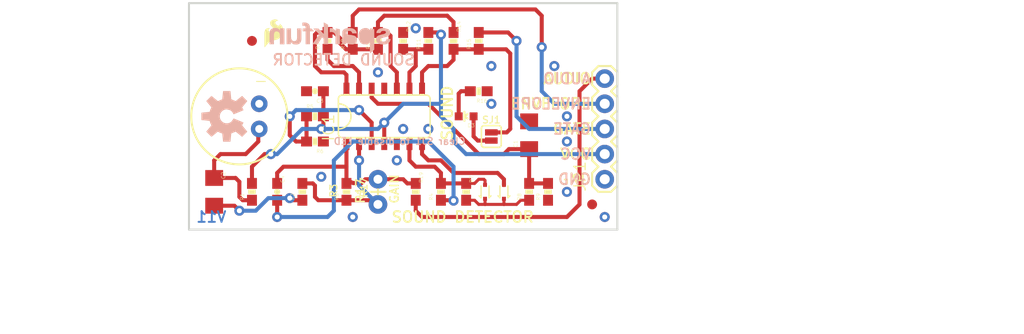
<source format=kicad_pcb>
(kicad_pcb (version 20211014) (generator pcbnew)
  (layers (0 "F.Cu" signal) (31 "B.Cu" signal) (34 "B.Paste" user) (35 "F.Paste" user) (36 "B.SilkS" user "B.Silkscreen") (37 "F.SilkS" user "F.Silkscreen") (38 "B.Mask" user) (39 "F.Mask" user) (44 "Edge.Cuts" user))
  (net 0 "")
  (net 1 "GND")
  (net 2 "N$1")
  (net 3 "VCC")
  (net 4 "N$2")
  (net 5 "AUDIO")
  (net 6 "N$4")
  (net 7 "N$5")
  (net 8 "N$6")
  (net 9 "N$7")
  (net 10 "N$8")
  (net 11 "N$9")
  (net 12 "N$10")
  (net 13 "N$11")
  (net 14 "AMPENV")
  (net 15 "N$15")
  (net 16 "N$16")
  (net 17 "N$17")
  (net 18 "GATE")
  (net 19 "N$3")
  (net 20 "N$12")
  (net 21 "ENVELOPE")
  (net 22 "N$")
  (footprint "boardEagle:SO014" (layer "F.Cu") (at 145.9611 105.0036)
    (fp_text reference "IC1" (at -4.318 2.6035 90) (layer "F.SilkS") (effects (font (size 1.143 1.143) (thickness 0.127)) (justify left bottom)))
    (fp_text value "LMV324" hide)
    (pad "1" smd rect (at -3.175 2.8) (size 0.6 1.2) (layers "F.Cu" "F.Paste" "F.Mask") (net 22 "N$"))
    (pad "2" smd rect (at -1.905 2.8) (size 0.6 1.2) (layers "F.Cu" "F.Paste" "F.Mask") (net 6 "N$4"))
    (pad "3" smd rect (at -0.635 2.8) (size 0.6 1.2) (layers "F.Cu" "F.Paste" "F.Mask") (net 4 "N$2"))
    (pad "4" smd rect (at 0.635 2.8) (size 0.6 1.2) (layers "F.Cu" "F.Paste" "F.Mask") (net 3 "VCC"))
    (pad "5" smd rect (at 1.905 2.8) (size 0.6 1.2) (layers "F.Cu" "F.Paste" "F.Mask") (net 1 "GND"))
    (pad "6" smd rect (at 3.175 2.8) (size 0.6 1.2) (layers "F.Cu" "F.Paste" "F.Mask") (net 9 "N$7"))
    (pad "7" smd rect (at 4.445 2.8) (size 0.6 1.2) (layers "F.Cu" "F.Paste" "F.Mask") (net 10 "N$8"))
    (pad "8" smd rect (at 4.445 -2.8) (size 0.6 1.2) (layers "F.Cu" "F.Paste" "F.Mask") (net 17 "N$17"))
    (pad "9" smd rect (at 3.175 -2.8) (size 0.6 1.2) (layers "F.Cu" "F.Paste" "F.Mask") (net 15 "N$15"))
    (pad "10" smd rect (at 1.905 -2.8) (size 0.6 1.2) (layers "F.Cu" "F.Paste" "F.Mask") (net 16 "N$16"))
    (pad "11" smd rect (at 0.635 -2.8) (size 0.6 1.2) (layers "F.Cu" "F.Paste" "F.Mask") (net 1 "GND"))
    (pad "12" smd rect (at -0.635 -2.8) (size 0.6 1.2) (layers "F.Cu" "F.Paste" "F.Mask") (net 12 "N$10"))
    (pad "13" smd rect (at -1.905 -2.8) (size 0.6 1.2) (layers "F.Cu" "F.Paste" "F.Mask") (net 13 "N$11"))
    (pad "14" smd rect (at -3.175 -2.8) (size 0.6 1.2) (layers "F.Cu" "F.Paste" "F.Mask") (net 14 "AMPENV"))
  )
  (footprint "boardEagle:0603-RES" (layer "F.Cu") (at 148.5011 97.3836 -90)
    (fp_text reference "R12" (at -0.889 -0.762 -90) (layer "F.SilkS") (effects (font (size 0.373888 0.373888) (thickness 0.032512)) (justify left bottom)))
    (fp_text value "3.3k")
    (pad "1" smd rect (at -0.85 0 270) (size 1.1 1) (layers "F.Cu" "F.Paste" "F.Mask") (net 1 "GND"))
    (pad "2" smd rect (at 0.85 0 270) (size 1.1 1) (layers "F.Cu" "F.Paste" "F.Mask") (net 15 "N$15"))
  )
  (footprint "boardEagle:0603-RES" (layer "F.Cu") (at 156.1211 97.3836 90)
    (fp_text reference "R15" (at -0.889 -0.762 90) (layer "F.SilkS") (effects (font (size 0.373888 0.373888) (thickness 0.032512)) (justify left bottom)))
    (fp_text value "100")
    (pad "1" smd rect (at -0.85 0 90) (size 1.1 1) (layers "F.Cu" "F.Paste" "F.Mask") (net 17 "N$17"))
    (pad "2" smd rect (at 0.85 0 90) (size 1.1 1) (layers "F.Cu" "F.Paste" "F.Mask") (net 18 "GATE"))
  )
  (footprint "boardEagle:0603-RES" (layer "F.Cu") (at 151.0411 97.3836 90)
    (fp_text reference "R11" (at -0.889 -0.762 90) (layer "F.SilkS") (effects (font (size 0.373888 0.373888) (thickness 0.032512)) (justify left bottom)))
    (fp_text value "100k")
    (pad "1" smd rect (at -0.85 0 90) (size 1.1 1) (layers "F.Cu" "F.Paste" "F.Mask") (net 15 "N$15"))
    (pad "2" smd rect (at 0.85 0 90) (size 1.1 1) (layers "F.Cu" "F.Paste" "F.Mask") (net 3 "VCC"))
  )
  (footprint "boardEagle:0603-RES" (layer "F.Cu") (at 142.7861 112.6236 90)
    (fp_text reference "R3" (at -0.889 -0.762 90) (layer "F.SilkS") (effects (font (size 0.373888 0.373888) (thickness 0.032512)) (justify left bottom)))
    (fp_text value "100k")
    (pad "1" smd rect (at -0.85 0 90) (size 1.1 1) (layers "F.Cu" "F.Paste" "F.Mask") (net 6 "N$4"))
    (pad "2" smd rect (at 0.85 0 90) (size 1.1 1) (layers "F.Cu" "F.Paste" "F.Mask") (net 22 "N$"))
  )
  (footprint "boardEagle:STAND-OFF" (layer "F.Cu") (at 167.5511 96.1136)
    (fp_text reference "STANDOFF2" hide)
    (fp_text value "STAND-OFF" hide)
    (pad "" np_thru_hole circle (at 0 0) (size 3.302 3.302) (drill 3.302) (layers *.Cu *.Mask))
  )
  (footprint "boardEagle:0603-RES" (layer "F.Cu") (at 153.5811 97.3836 -90)
    (fp_text reference "R14" (at -0.889 -0.762 -90) (layer "F.SilkS") (effects (font (size 0.373888 0.373888) (thickness 0.032512)) (justify left bottom)))
    (fp_text value "100k")
    (pad "1" smd rect (at -0.85 0 270) (size 1.1 1) (layers "F.Cu" "F.Paste" "F.Mask") (net 16 "N$16"))
    (pad "2" smd rect (at 0.85 0 270) (size 1.1 1) (layers "F.Cu" "F.Paste" "F.Mask") (net 17 "N$17"))
  )
  (footprint "boardEagle:CREATIVE_COMMONS" (layer "F.Cu") (at 128.1811 126.5936)
    (fp_text reference "FRAME1" hide)
    (fp_text value "FRAME-LETTER" hide)
  )
  (footprint "boardEagle:LED-0603" (layer "F.Cu") (at 154.8511 105.0036 90)
    (fp_text reference "D3" (at -0.6985 0.889 180) (layer "F.SilkS") (effects (font (size 0.373888 0.373888) (thickness 0.032512)) (justify right top)))
    (fp_text value "RED")
    (pad "A" smd rect (at 0 0.75 90) (size 0.8 0.8) (layers "F.Cu" "F.Paste" "F.Mask") (net 20 "N$12"))
    (pad "C" smd rect (at 0 -0.75 90) (size 0.8 0.8) (layers "F.Cu" "F.Paste" "F.Mask") (net 19 "N$3"))
  )
  (footprint "boardEagle:1206" (layer "F.Cu") (at 129.4511 112.6236 -90)
    (fp_text reference "C2" (at -1.27 -1.143 -90) (layer "F.SilkS") (effects (font (size 0.373888 0.373888) (thickness 0.032512)) (justify left bottom)))
    (fp_text value "10uF")
    (pad "1" smd rect (at -1.4 0 270) (size 1.6 1.8) (layers "F.Cu" "F.Paste" "F.Mask") (net 2 "N$1"))
    (pad "2" smd rect (at 1.4 0 270) (size 1.6 1.8) (layers "F.Cu" "F.Paste" "F.Mask") (net 7 "N$5"))
  )
  (footprint "boardEagle:0603-RES" (layer "F.Cu") (at 143.4211 97.3836 90)
    (fp_text reference "R18" (at -0.889 -0.762 90) (layer "F.SilkS") (effects (font (size 0.373888 0.373888) (thickness 0.032512)) (justify left bottom)))
    (fp_text value "100")
    (pad "1" smd rect (at -0.85 0 90) (size 1.1 1) (layers "F.Cu" "F.Paste" "F.Mask") (net 14 "AMPENV"))
    (pad "2" smd rect (at 0.85 0 90) (size 1.1 1) (layers "F.Cu" "F.Paste" "F.Mask") (net 21 "ENVELOPE"))
  )
  (footprint "boardEagle:0603-RES" (layer "F.Cu") (at 152.3111 112.6236 90)
    (fp_text reference "R4" (at -0.889 -0.762 90) (layer "F.SilkS") (effects (font (size 0.373888 0.373888) (thickness 0.032512)) (justify left bottom)))
    (fp_text value "10K")
    (pad "1" smd rect (at -0.85 0 90) (size 1.1 1) (layers "F.Cu" "F.Paste" "F.Mask") (net 8 "N$6"))
    (pad "2" smd rect (at 0.85 0 90) (size 1.1 1) (layers "F.Cu" "F.Paste" "F.Mask") (net 9 "N$7"))
  )
  (footprint "boardEagle:0603-RES" (layer "F.Cu") (at 156.1211 102.4636 180)
    (fp_text reference "R16" (at -0.889 -0.762 180) (layer "F.SilkS") (effects (font (size 0.373888 0.373888) (thickness 0.032512)) (justify right top)))
    (fp_text value "2.2k")
    (pad "1" smd rect (at -0.85 0 180) (size 1.1 1) (layers "F.Cu" "F.Paste" "F.Mask") (net 1 "GND"))
    (pad "2" smd rect (at 0.85 0 180) (size 1.1 1) (layers "F.Cu" "F.Paste" "F.Mask") (net 19 "N$3"))
  )
  (footprint "boardEagle:0603-RES" (layer "F.Cu") (at 133.2611 112.6236 90)
    (fp_text reference "R1" (at -0.889 -0.762 90) (layer "F.SilkS") (effects (font (size 0.373888 0.373888) (thickness 0.032512)) (justify left bottom)))
    (fp_text value "2.2k")
    (pad "1" smd rect (at -0.85 0 90) (size 1.1 1) (layers "F.Cu" "F.Paste" "F.Mask") (net 2 "N$1"))
    (pad "2" smd rect (at 0.85 0 90) (size 1.1 1) (layers "F.Cu" "F.Paste" "F.Mask") (net 3 "VCC"))
  )
  (footprint "boardEagle:0603-RES" (layer "F.Cu") (at 154.8511 112.6236 -90)
    (fp_text reference "R7" (at -0.889 -0.762 -90) (layer "F.SilkS") (effects (font (size 0.373888 0.373888) (thickness 0.032512)) (justify left bottom)))
    (fp_text value "22K")
    (pad "1" smd rect (at -0.85 0 270) (size 1.1 1) (layers "F.Cu" "F.Paste" "F.Mask") (net 9 "N$7"))
    (pad "2" smd rect (at 0.85 0 270) (size 1.1 1) (layers "F.Cu" "F.Paste" "F.Mask") (net 11 "N$9"))
  )
  (footprint "boardEagle:SJ_2S" (layer "F.Cu") (at 157.3911 107.0356 90)
    (fp_text reference "SJ1" hide)
    (fp_text value "Disable LED" hide)
    (pad "1" smd rect (at -0.4119 0 90) (size 0.635 1.27) (layers "F.Cu" "F.Paste" "F.Mask") (net 20 "N$12"))
    (pad "2" smd rect (at 0.4119 0 90) (size 0.635 1.27) (layers "F.Cu" "F.Paste" "F.Mask") (net 17 "N$17"))
  )
  (footprint "boardEagle:0603-RES" (layer "F.Cu") (at 163.1061 112.6236 90)
    (fp_text reference "R9" (at -0.889 -0.762 90) (layer "F.SilkS") (effects (font (size 0.373888 0.373888) (thickness 0.032512)) (justify left bottom)))
    (fp_text value "10K")
    (pad "1" smd rect (at -0.85 0 90) (size 1.1 1) (layers "F.Cu" "F.Paste" "F.Mask") (net 1 "GND"))
    (pad "2" smd rect (at 0.85 0 90) (size 1.1 1) (layers "F.Cu" "F.Paste" "F.Mask") (net 12 "N$10"))
  )
  (footprint "boardEagle:SOD-523" (layer "F.Cu") (at 156.7561 112.6236 -90)
    (fp_text reference "D1" hide)
    (fp_text value "RB751" hide)
    (pad "A" smd rect (at -0.7 0 270) (size 0.4 0.4) (layers "F.Cu" "F.Paste" "F.Mask") (net 9 "N$7"))
    (pad "C" smd rect (at 0.7 0 270) (size 0.4 0.4) (layers "F.Cu" "F.Paste" "F.Mask") (net 11 "N$9"))
  )
  (footprint "boardEagle:MIC-9.7MM" (layer "F.Cu") (at 131.9911 105.0036 180)
    (fp_text reference "MIC1" hide)
    (fp_text value "MIC9.7MM" hide)
    (fp_text user "-" (at -1.386 2.93 180) (layer "F.SilkS") (effects (font (size 1.1684 1.1684) (thickness 0.1016)) (justify left bottom)))
    (pad "1" thru_hole circle (at -2 -1.27 180) (size 1.6764 1.6764) (drill 0.8) (layers *.Cu *.Mask) (net 2 "N$1"))
    (pad "2" thru_hole circle (at -2 1.27 180) (size 1.6764 1.6764) (drill 0.8) (layers *.Cu *.Mask) (net 1 "GND"))
  )
  (footprint "boardEagle:1206" (layer "F.Cu") (at 161.2011 106.9086 90)
    (fp_text reference "C1" (at -1.27 -1.143 90) (layer "F.SilkS") (effects (font (size 0.373888 0.373888) (thickness 0.032512)) (justify left bottom)))
    (fp_text value "10uF")
    (pad "1" smd rect (at -1.4 0 90) (size 1.6 1.8) (layers "F.Cu" "F.Paste" "F.Mask") (net 12 "N$10"))
    (pad "2" smd rect (at 1.4 0 90) (size 1.6 1.8) (layers "F.Cu" "F.Paste" "F.Mask") (net 1 "GND"))
  )
  (footprint "boardEagle:FIDUCIAL-1X2" (layer "F.Cu") (at 167.5511 113.8936)
    (fp_text reference "FID3" hide)
    (fp_text value "FIDUCIAL1X2" hide)
    (pad "1" smd roundrect (at 0 0) (size 1 1) (layers "F.Cu" "F.Mask") (roundrect_rratio 0.5))
  )
  (footprint "boardEagle:FIDUCIAL-1X2" (layer "F.Cu") (at 133.2611 97.3836)
    (fp_text reference "FID4" hide)
    (fp_text value "FIDUCIAL1X2" hide)
    (pad "1" smd roundrect (at 0 0) (size 1 1) (layers "F.Cu" "F.Mask") (roundrect_rratio 0.5))
  )
  (footprint "boardEagle:0603-RES" (layer "F.Cu") (at 145.9611 97.3836 90)
    (fp_text reference "R13" (at -0.889 -0.762 90) (layer "F.SilkS") (effects (font (size 0.373888 0.373888) (thickness 0.032512)) (justify left bottom)))
    (fp_text value "1K")
    (pad "1" smd rect (at -0.85 0 90) (size 1.1 1) (layers "F.Cu" "F.Paste" "F.Mask") (net 14 "AMPENV"))
    (pad "2" smd rect (at 0.85 0 90) (size 1.1 1) (layers "F.Cu" "F.Paste" "F.Mask") (net 16 "N$16"))
  )
  (footprint "boardEagle:STAND-OFF" (layer "F.Cu") (at 129.4511 96.1136)
    (fp_text reference "STANDOFF1" hide)
    (fp_text value "STAND-OFF" hide)
    (pad "" np_thru_hole circle (at 0 0) (size 3.302 3.302) (drill 3.302) (layers *.Cu *.Mask))
  )
  (footprint "boardEagle:SFE-LOGO-FLAME" (layer "F.Cu") (at 134.5311 98.0186)
    (fp_text reference "LOGO3" hide)
    (fp_text value "LOGO-SFESK" hide)
  )
  (footprint "boardEagle:0603-RES" (layer "F.Cu") (at 139.6111 105.0036)
    (fp_text reference "R5" (at -0.889 -0.762) (layer "F.SilkS") (effects (font (size 0.373888 0.373888) (thickness 0.032512)) (justify left bottom)))
    (fp_text value "10K")
    (pad "1" smd rect (at -0.85 0) (size 1.1 1) (layers "F.Cu" "F.Paste" "F.Mask") (net 4 "N$2"))
    (pad "2" smd rect (at 0.85 0) (size 1.1 1) (layers "F.Cu" "F.Paste" "F.Mask") (net 3 "VCC"))
  )
  (footprint "boardEagle:0603-RES" (layer "F.Cu") (at 161.2011 112.6236 90)
    (fp_text reference "R8" (at -0.889 -0.762 90) (layer "F.SilkS") (effects (font (size 0.373888 0.373888) (thickness 0.032512)) (justify left bottom)))
    (fp_text value "100")
    (pad "1" smd rect (at -0.85 0 90) (size 1.1 1) (layers "F.Cu" "F.Paste" "F.Mask") (net 11 "N$9"))
    (pad "2" smd rect (at 0.85 0 90) (size 1.1 1) (layers "F.Cu" "F.Paste" "F.Mask") (net 12 "N$10"))
  )
  (footprint "boardEagle:AXIAL-0.1EZ" (layer "F.Cu") (at 145.9611 113.8936 90)
    (fp_text reference "R17" (at 0 -1.27 90) (layer "F.SilkS") (effects (font (size 0.8636 0.8636) (thickness 0.1524)) (justify left bottom)))
    (fp_text value "GAIN" (at 0 2.159 90) (layer "F.SilkS") (effects (font (size 0.8636 0.8636) (thickness 0.1524)) (justify left bottom)))
    (pad "P$1" thru_hole circle (at 0 0 90) (size 1.8796 1.8796) (drill 0.9) (layers *.Cu) (net 6 "N$4"))
    (pad "P$2" thru_hole circle (at 2.54 0 90) (size 1.8796 1.8796) (drill 0.9) (layers *.Cu) (net 22 "N$"))
  )
  (footprint "boardEagle:1X05" (layer "F.Cu") (at 168.8211 111.3536 90)
    (fp_text reference "JP1" (at -1.3462 -1.8288 90) (layer "F.SilkS") (effects (font (size 1.143 1.143) (thickness 0.127)) (justify left bottom)))
    (fp_text value "IO Connector")
    (pad "1" thru_hole circle (at 0 0 180) (size 1.8796 1.8796) (drill 1.016) (layers *.Cu *.Mask) (net 1 "GND"))
    (pad "2" thru_hole circle (at 2.54 0 180) (size 1.8796 1.8796) (drill 1.016) (layers *.Cu *.Mask) (net 3 "VCC"))
    (pad "3" thru_hole circle (at 5.08 0 180) (size 1.8796 1.8796) (drill 1.016) (layers *.Cu *.Mask) (net 18 "GATE"))
    (pad "4" thru_hole circle (at 7.62 0 180) (size 1.8796 1.8796) (drill 1.016) (layers *.Cu *.Mask) (net 21 "ENVELOPE"))
    (pad "5" thru_hole circle (at 10.16 0 180) (size 1.8796 1.8796) (drill 1.016) (layers *.Cu *.Mask) (net 5 "AUDIO"))
  )
  (footprint "boardEagle:0603-RES" (layer "F.Cu") (at 140.8811 97.3836 90)
    (fp_text reference "R10" (at -0.889 -0.762 90) (layer "F.SilkS") (effects (font (size 0.373888 0.373888) (thickness 0.032512)) (justify left bottom)))
    (fp_text value "1K")
    (pad "1" smd rect (at -0.85 0 90) (size 1.1 1) (layers "F.Cu" "F.Paste" "F.Mask") (net 13 "N$11"))
    (pad "2" smd rect (at 0.85 0 90) (size 1.1 1) (layers "F.Cu" "F.Paste" "F.Mask") (net 14 "AMPENV"))
  )
  (footprint "boardEagle:0603-RES" (layer "F.Cu") (at 139.6111 107.5436 180)
    (fp_text reference "R6" (at -0.889 -0.762 180) (layer "F.SilkS") (effects (font (size 0.373888 0.373888) (thickness 0.032512)) (justify right top)))
    (fp_text value "10K")
    (pad "1" smd rect (at -0.85 0 180) (size 1.1 1) (layers "F.Cu" "F.Paste" "F.Mask") (net 1 "GND"))
    (pad "2" smd rect (at 0.85 0 180) (size 1.1 1) (layers "F.Cu" "F.Paste" "F.Mask") (net 4 "N$2"))
  )
  (footprint "boardEagle:0603-CAP" (layer "F.Cu") (at 139.6111 102.4636 180)
    (fp_text reference "C3" (at -0.889 -0.762 180) (layer "F.SilkS") (effects (font (size 0.373888 0.373888) (thickness 0.032512)) (justify right top)))
    (fp_text value "1.0uF")
    (pad "1" smd rect (at -0.85 0 180) (size 1.1 1) (layers "F.Cu" "F.Paste" "F.Mask") (net 3 "VCC"))
    (pad "2" smd rect (at 0.85 0 180) (size 1.1 1) (layers "F.Cu" "F.Paste" "F.Mask") (net 1 "GND"))
  )
  (footprint "boardEagle:SOD-523" (layer "F.Cu") (at 158.6611 112.6236 -90)
    (fp_text reference "D2" hide)
    (fp_text value "RB751" hide)
    (pad "A" smd rect (at -0.7 0 270) (size 0.4 0.4) (layers "F.Cu" "F.Paste" "F.Mask") (net 10 "N$8"))
    (pad "C" smd rect (at 0.7 0 270) (size 0.4 0.4) (layers "F.Cu" "F.Paste" "F.Mask") (net 11 "N$9"))
  )
  (footprint "boardEagle:0603-RES" (layer "F.Cu") (at 149.7711 112.6236 -90)
    (fp_text reference "R19" (at -0.889 -0.762 -90) (layer "F.SilkS") (effects (font (size 0.373888 0.373888) (thickness 0.032512)) (justify left bottom)))
    (fp_text value "100")
    (pad "1" smd rect (at -0.85 0 270) (size 1.1 1) (layers "F.Cu" "F.Paste" "F.Mask") (net 22 "N$"))
    (pad "2" smd rect (at 0.85 0 270) (size 1.1 1) (layers "F.Cu" "F.Paste" "F.Mask") (net 5 "AUDIO"))
  )
  (footprint "boardEagle:0603-CAP" (layer "F.Cu") (at 135.8011 112.6236 -90)
    (fp_text reference "C4" (at -0.889 -0.762 -90) (layer "F.SilkS") (effects (font (size 0.373888 0.373888) (thickness 0.032512)) (justify left bottom)))
    (fp_text value "1.0uF")
    (pad "1" smd rect (at -0.85 0 270) (size 1.1 1) (layers "F.Cu" "F.Paste" "F.Mask") (net 22 "N$"))
    (pad "2" smd rect (at 0.85 0 270) (size 1.1 1) (layers "F.Cu" "F.Paste" "F.Mask") (net 8 "N$6"))
  )
  (footprint "boardEagle:0603-RES" (layer "F.Cu") (at 138.3411 112.6236 90)
    (fp_text reference "R2" (at -0.889 -0.762 90) (layer "F.SilkS") (effects (font (size 0.373888 0.373888) (thickness 0.032512)) (justify left bottom)))
    (fp_text value "1K")
    (pad "1" smd rect (at -0.85 0 90) (size 1.1 1) (layers "F.Cu" "F.Paste" "F.Mask") (net 7 "N$5"))
    (pad "2" smd rect (at 0.85 0 90) (size 1.1 1) (layers "F.Cu" "F.Paste" "F.Mask") (net 6 "N$4"))
  )
  (footprint "boardEagle:SFE-NEW-WEB" (layer "B.Cu") (at 147.2311 98.6536 180)
    (fp_text reference "LOGO2" hide)
    (fp_text value "LOGO-SFENW2" hide)
  )
  (footprint "boardEagle:OSHW-LOGO-M" (layer "B.Cu") (at 130.7211 105.0036 -90)
    (fp_text reference "LOGO1" hide)
    (fp_text value "OSHW-LOGOM" hide)
  )
  (gr_line (start 170.0911 93.5736) (end 126.9111 93.5736) (layer "Edge.Cuts") (width 0.2032))
  (gr_line (start 126.9111 93.5736) (end 126.9111 116.4336) (layer "Edge.Cuts") (width 0.2032))
  (gr_line (start 170.0911 116.4336) (end 170.0911 93.5736) (layer "Edge.Cuts") (width 0.2032))
  (gr_line (start 126.9111 116.4336) (end 170.0911 116.4336) (layer "Edge.Cuts") (width 0.2032))
  (gr_text "V11" (at 127.5461 115.1636) (layer "B.Cu") (effects (font (size 1.0795 1.0795) (thickness 0.1905)) (justify right mirror)))
  (gr_text "GND" (at 167.5511 111.3536) (layer "B.SilkS") (effects (font (size 1.0795 1.0795) (thickness 0.1905)) (justify left mirror)))
  (gr_text "GATE" (at 167.5511 106.2736) (layer "B.SilkS") (effects (font (size 1.0795 1.0795) (thickness 0.1905)) (justify left mirror)))
  (gr_text "Clear SJ1 to disable LED" (at 154.8511 107.9246) (layer "B.SilkS") (effects (font (size 0.69088 0.69088) (thickness 0.12192)) (justify left bottom mirror)))
  (gr_text "AUDIO" (at 167.5511 101.1936) (layer "B.SilkS") (effects (font (size 1.0795 1.0795) (thickness 0.1905)) (justify left mirror)))
  (gr_text "ENVELOPE" (at 167.5511 103.7336) (layer "B.SilkS") (effects (font (size 1.0795 1.0795) (thickness 0.1905)) (justify left mirror)))
  (gr_text "SOUND DETECTOR" (at 149.7711 99.9236) (layer "B.SilkS") (effects (font (size 1.0795 1.0795) (thickness 0.1905)) (justify left bottom mirror)))
  (gr_text "VCC" (at 167.5511 108.8136) (layer "B.SilkS") (effects (font (size 1.0795 1.0795) (thickness 0.1905)) (justify left mirror)))
  (gr_text "SOUND DETECTOR" (at 147.2311 115.7986) (layer "F.SilkS") (effects (font (size 1.0795 1.0795) (thickness 0.1905)) (justify left bottom)))
  (gr_text "GATE" (at 167.5511 106.2736) (layer "F.SilkS") (effects (font (size 1.0795 1.0795) (thickness 0.1905)) (justify right)))
  (gr_text "GND" (at 167.5511 111.3536) (layer "F.SilkS") (effects (font (size 1.0795 1.0795) (thickness 0.1905)) (justify right)))
  (gr_text "AUDIO" (at 167.5511 101.1936) (layer "F.SilkS") (effects (font (size 1.0795 1.0795) (thickness 0.1905)) (justify right)))
  (gr_text "R3" (at 141.8971 113.2586 90) (layer "F.SilkS") (effects (font (size 0.69088 0.69088) (thickness 0.12192)) (justify left bottom)))
  (gr_text "SJ1" (at 157.3911 105.7656) (layer "F.SilkS") (effects (font (size 0.69088 0.69088) (thickness 0.12192)) (justify bottom)))
  (gr_text "SOUND" (at 153.5811 107.5436 90) (layer "F.SilkS") (effects (font (size 1.0795 1.0795) (thickness 0.1905)) (justify left bottom)))
  (gr_text "R17" (at 144.9451 113.2586 90) (layer "F.SilkS") (effects (font (size 0.69088 0.69088) (thickness 0.12192)) (justify left bottom)))
  (gr_text "VCC" (at 167.5511 108.8136) (layer "F.SilkS") (effects (font (size 1.0795 1.0795) (thickness 0.1905)) (justify right)))
  (gr_text "ENVELOPE" (at 167.5511 103.7336) (layer "F.SilkS") (effects (font (size 1.0795 1.0795) (thickness 0.1905)) (justify right)))
  (via (at 151.0411 106.2736) (size 1.016) (drill 0.508) (layers "F.Cu" "B.Cu") (net 1))
  (via (at 145.9611 100.5586) (size 1.016) (drill 0.508) (layers "F.Cu" "B.Cu") (net 1))
  (via (at 168.8211 115.1636) (size 1.016) (drill 0.508) (layers "F.Cu" "B.Cu") (net 1))
  (via (at 149.7711 96.1136) (size 1.016) (drill 0.508) (layers "F.Cu" "B.Cu") (net 1))
  (via (at 157.3911 103.7336) (size 1.016) (drill 0.508) (layers "F.Cu" "B.Cu") (net 1))
  (via (at 157.3911 99.9236) (size 1.016) (drill 0.508) (layers "F.Cu" "B.Cu") (net 1))
  (via (at 143.4211 115.1636) (size 1.016) (drill 0.508) (layers "F.Cu" "B.Cu") (net 1))
  (via (at 165.0111 112.6236) (size 1.016) (drill 0.508) (layers "F.Cu" "B.Cu") (net 1))
  (via (at 163.7411 99.9236) (size 1.016) (drill 0.508) (layers "F.Cu" "B.Cu") (net 1))
  (via (at 140.2461 111.0996) (size 1.016) (drill 0.508) (layers "F.Cu" "B.Cu") (net 1))
  (via (at 148.5011 106.2736) (size 1.016) (drill 0.508) (layers "F.Cu" "B.Cu") (net 1))
  (via (at 147.8661 109.4486) (size 1.016) (drill 0.508) (layers "F.Cu" "B.Cu") (net 1))
  (via (at 165.0111 105.0036) (size 1.016) (drill 0.508) (layers "F.Cu" "B.Cu") (net 1))
  (via (at 165.0111 107.5436) (size 1.016) (drill 0.508) (layers "F.Cu" "B.Cu") (net 1))
  (segment (start 132.6261 108.8136) (end 130.0861 108.8136) (width 0.4064) (layer "F.Cu") (net 2))
  (segment (start 133.8961 107.5436) (end 132.6261 108.8136) (width 0.4064) (layer "F.Cu") (net 2))
  (segment (start 133.2611 113.4736) (end 132.3331 113.4736) (width 0.4064) (layer "F.Cu") (net 2))
  (segment (start 133.8961 106.3686) (end 133.8961 107.5436) (width 0.4064) (layer "F.Cu") (net 2))
  (segment (start 131.6071 111.2236) (end 131.9911 111.6076) (width 0.4064) (layer "F.Cu") (net 2))
  (segment (start 129.4511 111.2236) (end 131.6071 111.2236) (width 0.4064) (layer "F.Cu") (net 2))
  (segment (start 130.0861 108.8136) (end 129.4511 109.4486) (width 0.4064) (layer "F.Cu") (net 2))
  (segment (start 133.9911 106.2736) (end 133.8961 106.3686) (width 0.4064) (layer "F.Cu") (net 2))
  (segment (start 129.4511 111.2236) (end 129.4511 109.4486) (width 0.4064) (layer "F.Cu") (net 2))
  (segment (start 131.9911 113.1316) (end 131.9911 111.6076) (width 0.4064) (layer "F.Cu") (net 2))
  (segment (start 132.3331 113.4736) (end 131.9911 113.1316) (width 0.4064) (layer "F.Cu") (net 2))
  (segment (start 146.5961 107.8036) (end 146.5961 105.6386) (width 0.4064) (layer "F.Cu") (net 3))
  (segment (start 133.2611 111.7736) (end 133.2611 110.0836) (width 0.4064) (layer "F.Cu") (net 3))
  (segment (start 140.4611 102.4636) (end 140.4611 105.0036) (width 0.4064) (layer "F.Cu") (net 3))
  (segment (start 140.4611 106.0586) (end 140.2461 106.2736) (width 0.4064) (layer "F.Cu") (net 3))
  (segment (start 134.5311 108.8136) (end 135.1661 108.8136) (width 0.4064) (layer "F.Cu") (net 3))
  (segment (start 133.2611 110.0836) (end 134.5311 108.8136) (width 0.4064) (layer "F.Cu") (net 3))
  (segment (start 151.0411 96.5336) (end 152.0961 96.5336) (width 0.4064) (layer "F.Cu") (net 3))
  (segment (start 140.4611 105.0036) (end 140.4611 106.0586) (width 0.4064) (layer "F.Cu") (net 3))
  (segment (start 152.0961 96.5336) (end 152.3111 96.7486) (width 0.4064) (layer "F.Cu") (net 3))
  (via (at 146.5961 105.6386) (size 1.016) (drill 0.508) (layers "F.Cu" "B.Cu") (net 3))
  (via (at 135.1661 108.8136) (size 1.016) (drill 0.508) (layers "F.Cu" "B.Cu") (net 3))
  (via (at 152.3111 96.7486) (size 1.016) (drill 0.508) (layers "F.Cu" "B.Cu") (net 3))
  (via (at 140.2461 106.2736) (size 1.016) (drill 0.508) (layers "F.Cu" "B.Cu") (net 3))
  (segment (start 153.5811 107.5436) (end 153.5811 106.2736) (width 0.4064) (layer "B.Cu") (net 3))
  (segment (start 152.3111 105.0036) (end 152.3111 103.7336) (width 0.4064) (layer "B.Cu") (net 3))
  (segment (start 148.5011 103.7336) (end 146.5961 105.6386) (width 0.4064) (layer "B.Cu") (net 3))
  (segment (start 152.3111 103.7336) (end 148.5011 103.7336) (width 0.4064) (layer "B.Cu") (net 3))
  (segment (start 135.1661 108.8136) (end 135.8011 108.8136) (width 0.4064) (layer "B.Cu") (net 3))
  (segment (start 168.8211 108.8136) (end 154.8511 108.8136) (width 0.4064) (layer "B.Cu") (net 3))
  (segment (start 154.8511 108.8136) (end 153.5811 107.5436) (width 0.4064) (layer "B.Cu") (net 3))
  (segment (start 152.3111 96.7486) (end 152.3111 103.7336) (width 0.4064) (layer "B.Cu") (net 3))
  (segment (start 140.2461 106.2736) (end 138.3411 106.2736) (width 0.4064) (layer "B.Cu") (net 3))
  (segment (start 153.5811 106.2736) (end 152.3111 105.0036) (width 0.4064) (layer "B.Cu") (net 3))
  (segment (start 145.9611 106.2736) (end 140.2461 106.2736) (width 0.4064) (layer "B.Cu") (net 3))
  (segment (start 146.5961 105.6386) (end 145.9611 106.2736) (width 0.4064) (layer "B.Cu") (net 3))
  (segment (start 135.8011 108.8136) (end 138.3411 106.2736) (width 0.4064) (layer "B.Cu") (net 3))
  (segment (start 145.3261 107.8036) (end 145.3261 105.6386) (width 0.4064) (layer "F.Cu") (net 4))
  (segment (start 137.0711 106.9086) (end 137.0711 105.0036) (width 0.4064) (layer "F.Cu") (net 4))
  (segment (start 138.7611 107.5436) (end 138.7611 105.0036) (width 0.4064) (layer "F.Cu") (net 4))
  (segment (start 145.3261 105.6386) (end 144.0561 104.3686) (width 0.4064) (layer "F.Cu") (net 4))
  (segment (start 137.7061 107.5436) (end 137.0711 106.9086) (width 0.4064) (layer "F.Cu") (net 4))
  (segment (start 138.7611 107.5436) (end 137.7061 107.5436) (width 0.4064) (layer "F.Cu") (net 4))
  (via (at 137.0711 105.0036) (size 1.016) (drill 0.508) (layers "F.Cu" "B.Cu") (net 4))
  (via (at 144.0561 104.3686) (size 1.016) (drill 0.508) (layers "F.Cu" "B.Cu") (net 4))
  (segment (start 144.0561 104.3686) (end 137.7061 104.3686) (width 0.4064) (layer "B.Cu") (net 4))
  (segment (start 137.0711 105.0036) (end 137.7061 104.3686) (width 0.4064) (layer "B.Cu") (net 4))
  (segment (start 149.7711 113.4736) (end 149.7711 114.5286) (width 0.4064) (layer "F.Cu") (net 5))
  (segment (start 150.4061 115.1636) (end 149.7711 114.5286) (width 0.4064) (layer "F.Cu") (net 5))
  (segment (start 168.8211 101.1936) (end 167.5511 101.1936) (width 0.4064) (layer "F.Cu") (net 5))
  (segment (start 167.5511 101.1936) (end 166.2811 102.4636) (width 0.4064) (layer "F.Cu") (net 5))
  (segment (start 166.2811 113.8936) (end 165.0111 115.1636) (width 0.4064) (layer "F.Cu") (net 5))
  (segment (start 166.2811 102.4636) (end 166.2811 113.8936) (width 0.4064) (layer "F.Cu") (net 5))
  (segment (start 165.0111 115.1636) (end 150.4061 115.1636) (width 0.4064) (layer "F.Cu") (net 5))
  (segment (start 138.3411 111.7736) (end 139.3961 111.7736) (width 0.4064) (layer "F.Cu") (net 6))
  (segment (start 144.0561 107.8036) (end 144.0561 109.4486) (width 0.4064) (layer "F.Cu") (net 6))
  (segment (start 139.9531 113.4736) (end 139.6111 113.1316) (width 0.4064) (layer "F.Cu") (net 6))
  (segment (start 142.7861 113.4736) (end 145.5411 113.4736) (width 0.4064) (layer "F.Cu") (net 6))
  (segment (start 139.6111 111.9886) (end 139.6111 113.1316) (width 0.4064) (layer "F.Cu") (net 6))
  (segment (start 139.3961 111.7736) (end 139.6111 111.9886) (width 0.4064) (layer "F.Cu") (net 6))
  (segment (start 142.7861 113.4736) (end 139.9531 113.4736) (width 0.4064) (layer "F.Cu") (net 6))
  (segment (start 145.5411 113.4736) (end 145.9611 113.8936) (width 0.4064) (layer "F.Cu") (net 6))
  (via (at 144.0561 109.4486) (size 1.016) (drill 0.508) (layers "F.Cu" "B.Cu") (net 6))
  (segment (start 144.0561 109.4486) (end 144.0561 111.9886) (width 0.4064) (layer "B.Cu") (net 6))
  (segment (start 144.0561 111.9886) (end 145.9611 113.8936) (width 0.4064) (layer "B.Cu") (net 6))
  (segment (start 138.3411 113.4736) (end 137.2861 113.4736) (width 0.4064) (layer "F.Cu") (net 7))
  (segment (start 137.2861 113.4736) (end 137.0711 113.2586) (width 0.4064) (layer "F.Cu") (net 7))
  (segment (start 129.4511 114.0236) (end 131.4861 114.0236) (width 0.4064) (layer "F.Cu") (net 7))
  (segment (start 131.4861 114.0236) (end 131.9911 114.5286) (width 0.4064) (layer "F.Cu") (net 7))
  (via (at 137.0711 113.2586) (size 1.016) (drill 0.508) (layers "F.Cu" "B.Cu") (net 7))
  (via (at 131.9911 114.5286) (size 1.016) (drill 0.508) (layers "F.Cu" "B.Cu") (net 7))
  (segment (start 137.0711 113.2586) (end 134.9121 113.2586) (width 0.4064) (layer "B.Cu") (net 7))
  (segment (start 134.9121 113.2586) (end 133.6421 114.5286) (width 0.4064) (layer "B.Cu") (net 7))
  (segment (start 133.6421 114.5286) (end 131.9911 114.5286) (width 0.4064) (layer "B.Cu") (net 7))
  (segment (start 153.5421 113.4736) (end 153.5811 113.5126) (width 0.4064) (layer "F.Cu") (net 8))
  (segment (start 152.3111 113.4736) (end 153.5421 113.4736) (width 0.4064) (layer "F.Cu") (net 8))
  (segment (start 135.8011 115.1636) (end 135.8011 113.4736) (width 0.4064) (layer "F.Cu") (net 8))
  (segment (start 152.3111 113.4736) (end 152.2721 113.4736) (width 0.4064) (layer "F.Cu") (net 8))
  (via (at 153.5811 113.5126) (size 1.016) (drill 0.508) (layers "F.Cu" "B.Cu") (net 8))
  (via (at 135.8011 115.1636) (size 1.016) (drill 0.508) (layers "F.Cu" "B.Cu") (net 8))
  (segment (start 143.4211 107.5436) (end 141.5161 109.4486) (width 0.4064) (layer "B.Cu") (net 8))
  (segment (start 140.8811 115.1636) (end 135.8011 115.1636) (width 0.4064) (layer "B.Cu") (net 8))
  (segment (start 153.5811 110.0836) (end 151.0411 107.5436) (width 0.4064) (layer "B.Cu") (net 8))
  (segment (start 151.0411 107.5436) (end 143.4211 107.5436) (width 0.4064) (layer "B.Cu") (net 8))
  (segment (start 153.5811 113.5126) (end 153.5811 110.0836) (width 0.4064) (layer "B.Cu") (net 8))
  (segment (start 141.5161 109.4486) (end 141.5161 114.5286) (width 0.4064) (layer "B.Cu") (net 8))
  (segment (start 141.5161 114.5286) (end 140.8811 115.1636) (width 0.4064) (layer "B.Cu") (net 8))
  (segment (start 155.1511 112.0736) (end 154.8511 111.7736) (width 0.4064) (layer "F.Cu") (net 9))
  (segment (start 155.7011 111.7736) (end 154.8511 111.7736) (width 0.3048) (layer "F.Cu") (net 9))
  (segment (start 156.7561 111.9236) (end 156.7561 111.4806) (width 0.3048) (layer "F.Cu") (net 9))
  (segment (start 156.7561 111.4806) (end 156.6291 111.3536) (width 0.3048) (layer "F.Cu") (net 9))
  (segment (start 149.1361 109.4486) (end 149.7711 110.0836) (width 0.4064) (layer "F.Cu") (net 9))
  (segment (start 152.3111 110.7186) (end 151.6761 110.0836) (width 0.4064) (layer "F.Cu") (net 9))
  (segment (start 156.1211 111.3536) (end 155.7011 111.7736) (width 0.3048) (layer "F.Cu") (net 9))
  (segment (start 152.3111 111.7736) (end 154.8511 111.7736) (width 0.4064) (layer "F.Cu") (net 9))
  (segment (start 152.3111 110.7186) (end 152.3111 111.7736) (width 0.4064) (layer "F.Cu") (net 9))
  (segment (start 151.6761 110.0836) (end 149.7711 110.0836) (width 0.4064) (layer "F.Cu") (net 9))
  (segment (start 154.8511 111.9236) (end 154.8511 111.7736) (width 0.4064) (layer "F.Cu") (net 9))
  (segment (start 156.6291 111.3536) (end 156.1211 111.3536) (width 0.3048) (layer "F.Cu") (net 9))
  (segment (start 149.1361 107.8036) (end 149.1361 109.4486) (width 0.4064) (layer "F.Cu") (net 9))
  (segment (start 158.0261 110.7186) (end 158.6611 111.3536) (width 0.4064) (layer "F.Cu") (net 10))
  (segment (start 151.0411 109.4486) (end 152.3111 109.4486) (width 0.4064) (layer "F.Cu") (net 10))
  (segment (start 150.4061 108.8136) (end 151.0411 109.4486) (width 0.4064) (layer "F.Cu") (net 10))
  (segment (start 152.3111 109.4486) (end 153.5811 110.7186) (width 0.4064) (layer "F.Cu") (net 10))
  (segment (start 150.4061 107.8036) (end 150.4061 108.8136) (width 0.4064) (layer "F.Cu") (net 10))
  (segment (start 158.6611 111.3536) (end 158.6611 111.9236) (width 0.4064) (layer "F.Cu") (net 10))
  (segment (start 153.5811 110.7186) (end 158.0261 110.7186) (width 0.4064) (layer "F.Cu") (net 10))
  (segment (start 154.8511 113.3236) (end 154.8511 113.4736) (width 0.4064) (layer "F.Cu") (net 11))
  (segment (start 156.7561 113.3236) (end 156.7561 113.8936) (width 0.3048) (layer "F.Cu") (net 11))
  (segment (start 159.9311 113.8936) (end 160.3511 113.4736) (width 0.3048) (layer "F.Cu") (net 11))
  (segment (start 154.8511 113.4736) (end 155.7011 113.4736) (width 0.3048) (layer "F.Cu") (net 11))
  (segment (start 161.2011 113.3236) (end 161.2011 113.4736) (width 0.4064) (layer "F.Cu") (net 11))
  (segment (start 158.6611 113.8936) (end 159.9311 113.8936) (width 0.3048) (layer "F.Cu") (net 11))
  (segment (start 158.6611 113.3236) (end 158.6611 113.8936) (width 0.3048) (layer "F.Cu") (net 11))
  (segment (start 156.7561 113.8936) (end 158.6611 113.8936) (width 0.3048) (layer "F.Cu") (net 11))
  (segment (start 155.7011 113.4736) (end 156.1211 113.8936) (width 0.3048) (layer "F.Cu") (net 11))
  (segment (start 156.1211 113.8936) (end 156.7561 113.8936) (width 0.3048) (layer "F.Cu") (net 11))
  (segment (start 160.3511 113.4736) (end 161.2011 113.4736) (width 0.3048) (layer "F.Cu") (net 11))
  (segment (start 158.6611 108.8136) (end 156.1211 108.8136) (width 0.4064) (layer "F.Cu") (net 12))
  (segment (start 161.2011 108.3086) (end 161.2011 111.7736) (width 0.4064) (layer "F.Cu") (net 12))
  (segment (start 159.1661 108.3086) (end 158.6611 108.8136) (width 0.4064) (layer "F.Cu") (net 12))
  (segment (start 151.0411 103.7336) (end 156.1211 108.8136) (width 0.4064) (layer "F.Cu") (net 12))
  (segment (start 161.2011 108.3086) (end 159.1661 108.3086) (width 0.4064) (layer "F.Cu") (net 12))
  (segment (start 151.0411 103.7336) (end 145.9611 103.7336) (width 0.4064) (layer "F.Cu") (net 12))
  (segment (start 145.3261 103.0986) (end 145.9611 103.7336) (width 0.4064) (layer "F.Cu") (net 12))
  (segment (start 161.2011 111.7736) (end 163.1061 111.7736) (width 0.4064) (layer "F.Cu") (net 12))
  (segment (start 145.3261 102.2036) (end 145.3261 103.0986) (width 0.4064) (layer "F.Cu") (net 12))
  (segment (start 144.0561 100.5586) (end 143.4211 99.9236) (width 0.4064) (layer "F.Cu") (net 13))
  (segment (start 143.4211 99.9236) (end 141.5161 99.9236) (width 0.4064) (layer "F.Cu") (net 13))
  (segment (start 144.0561 102.2036) (end 144.0561 100.5586) (width 0.4064) (layer "F.Cu") (net 13))
  (segment (start 140.8811 99.2886) (end 141.5161 99.9236) (width 0.4064) (layer "F.Cu") (net 13))
  (segment (start 140.8811 98.2336) (end 140.8811 99.2886) (width 0.4064) (layer "F.Cu") (net 13))
  (segment (start 142.5321 100.5586) (end 140.2461 100.5586) (width 0.4064) (layer "F.Cu") (net 14))
  (segment (start 140.8811 96.5336) (end 141.5551 96.5336) (width 0.4064) (layer "F.Cu") (net 14))
  (segment (start 142.7471 98.2336) (end 143.4211 98.2336) (width 0.4064) (layer "F.Cu") (net 14))
  (segment (start 142.1511 97.1296) (end 142.1511 97.6376) (width 0.4064) (layer "F.Cu") (net 14))
  (segment (start 142.7861 102.2036) (end 142.7861 100.8126) (width 0.4064) (layer "F.Cu") (net 14))
  (segment (start 142.1511 97.6376) (end 142.7471 98.2336) (width 0.4064) (layer "F.Cu") (net 14))
  (segment (start 141.5551 96.5336) (end 142.1511 97.1296) (width 0.4064) (layer "F.Cu") (net 14))
  (segment (start 142.7861 100.8126) (end 142.5321 100.5586) (width 0.4064) (layer "F.Cu") (net 14))
  (segment (start 140.8811 96.5336) (end 139.8261 96.5336) (width 0.4064) (layer "F.Cu") (net 14))
  (segment (start 140.2461 100.5586) (end 139.6111 99.9236) (width 0.4064) (layer "F.Cu") (net 14))
  (segment (start 139.8261 96.5336) (end 139.6111 96.7486) (width 0.4064) (layer "F.Cu") (net 14))
  (segment (start 143.4211 98.2336) (end 145.9611 98.2336) (width 0.4064) (layer "F.Cu") (net 14))
  (segment (start 139.6111 99.9236) (end 139.6111 96.7486) (width 0.4064) (layer "F.Cu") (net 14))
  (segment (start 149.1361 102.2036) (end 149.1361 100.5586) (width 0.4064) (layer "F.Cu") (net 15))
  (segment (start 149.7711 98.2336) (end 151.0411 98.2336) (width 0.4064) (layer "F.Cu") (net 15))
  (segment (start 148.5011 98.2336) (end 149.7711 98.2336) (width 0.4064) (layer "F.Cu") (net 15))
  (segment (start 149.1361 100.5586) (end 149.7711 99.9236) (width 0.4064) (layer "F.Cu") (net 15))
  (segment (start 149.7711 99.9236) (end 149.7711 98.2336) (width 0.4064) (layer "F.Cu") (net 15))
  (segment (start 146.5961 94.8436) (end 152.9461 94.8436) (width 0.4064) (layer "F.Cu") (net 16))
  (segment (start 145.9611 96.5336) (end 146.8891 96.5336) (width 0.4064) (layer "F.Cu") (net 16))
  (segment (start 145.9611 95.4786) (end 146.5961 94.8436) (width 0.4064) (layer "F.Cu") (net 16))
  (segment (start 147.8661 102.2036) (end 147.8661 100.5586) (width 0.4064) (layer "F.Cu") (net 16))
  (segment (start 145.9611 96.5336) (end 145.9611 95.4786) (width 0.4064) (layer "F.Cu") (net 16))
  (segment (start 152.9461 94.8436) (end 153.5811 95.4786) (width 0.4064) (layer "F.Cu") (net 16))
  (segment (start 153.5811 95.4786) (end 153.5811 96.5336) (width 0.4064) (layer "F.Cu") (net 16))
  (segment (start 147.2311 99.9236) (end 147.2311 96.8756) (width 0.4064) (layer "F.Cu") (net 16))
  (segment (start 147.8661 100.5586) (end 147.2311 99.9236) (width 0.4064) (layer "F.Cu") (net 16))
  (segment (start 146.8891 96.5336) (end 147.2311 96.8756) (width 0.4064) (layer "F.Cu") (net 16))
  (segment (start 156.1211 98.2336) (end 153.5811 98.2336) (width 0.4064) (layer "F.Cu") (net 17))
  (segment (start 150.4061 100.5586) (end 151.0411 99.9236) (width 0.4064) (layer "F.Cu") (net 17))
  (segment (start 153.5811 98.2336) (end 153.5811 99.2886) (width 0.4064) (layer "F.Cu") (net 17))
  (segment (start 157.3911 106.6237) (end 158.946 106.6237) (width 0.4064) (layer "F.Cu") (net 17))
  (segment (start 151.0411 99.9236) (end 152.9461 99.9236) (width 0.4064) (layer "F.Cu") (net 17))
  (segment (start 158.8761 98.2336) (end 159.2961 98.6536) (width 0.4064) (layer "F.Cu") (net 17))
  (segment (start 152.9461 99.9236) (end 153.5811 99.2886) (width 0.4064) (layer "F.Cu") (net 17))
  (segment (start 156.1211 98.2336) (end 158.8761 98.2336) (width 0.4064) (layer "F.Cu") (net 17))
  (segment (start 150.4061 102.2036) (end 150.4061 100.5586) (width 0.4064) (layer "F.Cu") (net 17))
  (segment (start 159.2961 106.2736) (end 159.2961 98.6536) (width 0.4064) (layer "F.Cu") (net 17))
  (segment (start 158.946 106.6237) (end 159.2961 106.2736) (width 0.4064) (layer "F.Cu") (net 17))
  (segment (start 159.0811 96.5336) (end 159.9311 97.3836) (width 0.4064) (layer "F.Cu") (net 18))
  (segment (start 156.1211 96.5336) (end 159.0811 96.5336) (width 0.4064) (layer "F.Cu") (net 18))
  (via (at 159.9311 97.3836) (size 1.016) (drill 0.508) (layers "F.Cu" "B.Cu") (net 18))
  (segment (start 161.2011 106.2736) (end 159.9311 105.0036) (width 0.4064) (layer "B.Cu") (net 18))
  (segment (start 168.8211 106.2736) (end 161.2011 106.2736) (width 0.4064) (layer "B.Cu") (net 18))
  (segment (start 159.9311 105.0036) (end 159.9311 97.3836) (width 0.4064) (layer "B.Cu") (net 18))
  (segment (start 154.1011 102.7056) (end 154.3431 102.4636) (width 0.4064) (layer "F.Cu") (net 19))
  (segment (start 154.3431 102.4636) (end 155.2711 102.4636) (width 0.4064) (layer "F.Cu") (net 19))
  (segment (start 154.1011 105.0036) (end 154.1011 102.7056) (width 0.4064) (layer "F.Cu") (net 19))
  (segment (start 156.025 107.4475) (end 155.6011 107.0236) (width 0.4064) (layer "F.Cu") (net 20))
  (segment (start 157.3911 107.4475) (end 156.025 107.4475) (width 0.4064) (layer "F.Cu") (net 20))
  (segment (start 155.6011 105.0036) (end 155.6011 107.0236) (width 0.4064) (layer "F.Cu") (net 20))
  (segment (start 144.0561 94.2086) (end 161.8361 94.2086) (width 0.4064) (layer "F.Cu") (net 21))
  (segment (start 161.8361 94.2086) (end 162.4711 94.8436) (width 0.4064) (layer "F.Cu") (net 21))
  (segment (start 143.4211 96.5336) (end 143.4211 94.8436) (width 0.4064) (layer "F.Cu") (net 21))
  (segment (start 143.4211 94.8436) (end 144.0561 94.2086) (width 0.4064) (layer "F.Cu") (net 21))
  (segment (start 162.4711 94.8436) (end 162.4711 98.0186) (width 0.4064) (layer "F.Cu") (net 21))
  (via (at 162.4711 98.0186) (size 1.016) (drill 0.508) (layers "F.Cu" "B.Cu") (net 21))
  (segment (start 162.4711 98.0186) (end 162.4711 102.4636) (width 0.4064) (layer "B.Cu") (net 21))
  (segment (start 163.7411 103.7336) (end 168.8211 103.7336) (width 0.4064) (layer "B.Cu") (net 21))
  (segment (start 162.4711 102.4636) (end 163.7411 103.7336) (width 0.4064) (layer "B.Cu") (net 21))
  (segment (start 144.6911 111.3536) (end 145.9611 111.3536) (width 0.4064) (layer "F.Cu") (net 22))
  (segment (start 142.901661 111.678975) (end 143.040807 111.624692) (width 0.4064) (layer "F.Cu") (net 22))
  (segment (start 143.189917 111.616064) (end 143.4601 111.7346) (width 0.4064) (layer "F.Cu") (net 22))
  (segment (start 143.040807 111.624692) (end 143.189917 111.616064) (width 0.4064) (layer "F.Cu") (net 22))
  (segment (start 135.8011 110.7186) (end 136.4361 110.0836) (width 0.4064) (layer "F.Cu") (net 22))
  (segment (start 143.4601 111.7346) (end 144.3101 111.7346) (width 0.4064) (layer "F.Cu") (net 22))
  (segment (start 145.9611 111.3536) (end 148.5011 111.3536) (width 0.4064) (layer "F.Cu") (net 22))
  (segment (start 148.9211 111.7736) (end 148.5011 111.3536) (width 0.4064) (layer "F.Cu") (net 22))
  (segment (start 142.7861 111.7736) (end 142.7861 110.0836) (width 0.4064) (layer "F.Cu") (net 22))
  (segment (start 136.4361 110.0836) (end 142.7861 110.0836) (width 0.4064) (layer "F.Cu") (net 22))
  (segment (start 142.7861 111.7736) (end 142.7861 111.7736) (width 0.4064) (layer "F.Cu") (net 22))
  (segment (start 135.8011 111.7736) (end 135.8011 110.7186) (width 0.4064) (layer "F.Cu") (net 22))
  (segment (start 142.7861 107.8036) (end 142.7861 110.0836) (width 0.4064) (layer "F.Cu") (net 22))
  (segment (start 149.7711 111.7736) (end 148.9211 111.7736) (width 0.4064) (layer "F.Cu") (net 22))
  (segment (start 144.3101 111.7346) (end 144.6911 111.3536) (width 0.4064) (layer "F.Cu") (net 22))
  (segment (start 142.7861 111.7736) (end 142.901661 111.678975) (width 0.4064) (layer "F.Cu") (net 22))
)
</source>
